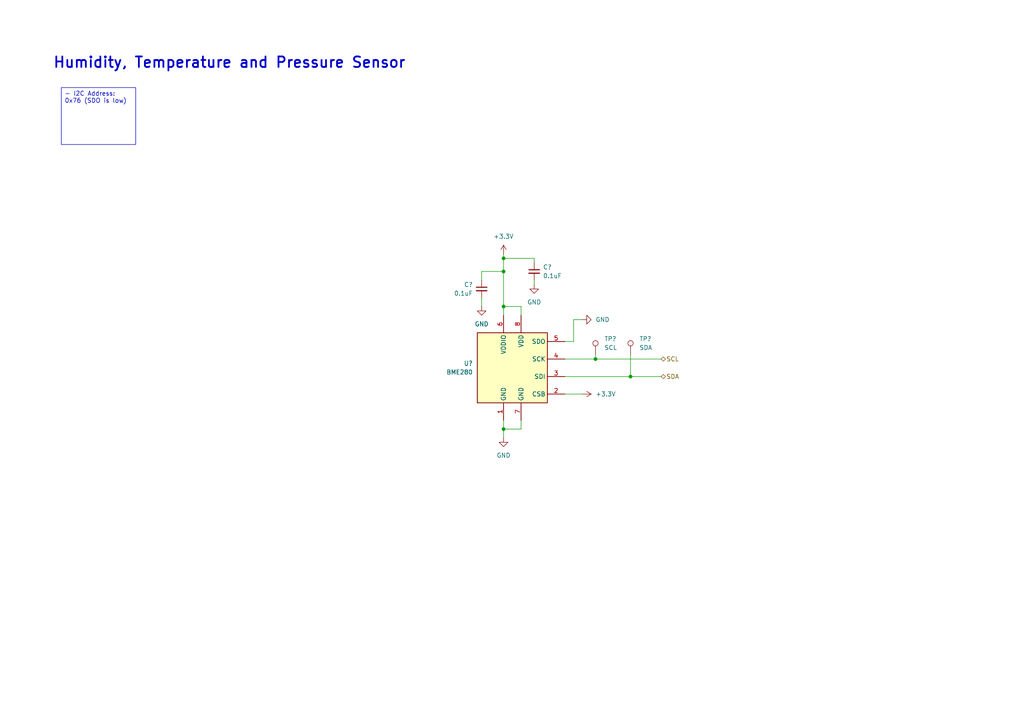
<source format=kicad_sch>
(kicad_sch (version 20250114) (generator "eeschema") (generator_version "9.0")
  (paper "A4")
  (title_block (title "Humidity, Temperature, and Pressure Sensor") (date "2025-08-19") (rev "1") (company "Brian Glen"))
  (lib_symbols
    (symbol "Connector:TestPoint" (pin_numbers (hide yes)) (pin_names (offset 0.762) (hide yes))
      (property "Reference" "TP" (at 0 6.858 0))
      (property "Value" "TestPoint" (at 0 5.08 0))
      (symbol "TestPoint_0_1"
        (circle (center 0 3.302) (radius 0.762))
      )
      (symbol "TestPoint_1_1"
        (pin passive line (at 0 0 90) (length 2.54) (name "1") (number "1"))
      )
    )
    (symbol "Device:C_Small" (pin_numbers (hide yes)) (pin_names (offset 0.254) (hide yes))
      (property "Reference" "C" (at 0.254 1.778 0))
      (property "Value" "C_Small" (at 0.254 -2.032 0))
      (symbol "C_Small_0_1"
        (polyline (pts (xy -1.524 0.508) (xy 1.524 0.508)) (stroke (width 0.3048)))
        (polyline (pts (xy -1.524 -0.508) (xy 1.524 -0.508)) (stroke (width 0.3302)))
      )
      (symbol "C_Small_1_1"
        (pin passive line (at 0 2.54 270) (length 2.032) (name "~") (number "1"))
        (pin passive line (at 0 -2.54 90) (length 2.032) (name "~") (number "2"))
      )
    )
    (symbol "Sensor:BME280"
      (property "Reference" "U" (at -8.89 11.43 0))
      (property "Value" "BME280" (at 7.62 11.43 0))
      (symbol "BME280_0_1"
        (rectangle (start -10.16 10.16) (end 10.16 -10.16) (stroke (width 0.254)) (fill (type background)))
      )
      (symbol "BME280_1_1"
        (pin power_in line (at -2.54 15.24 270) (length 5.08) (name "VDDIO") (number "6"))
        (pin power_in line (at -2.54 -15.24 90) (length 5.08) (name "GND") (number "1"))
        (pin power_in line (at 2.54 15.24 270) (length 5.08) (name "VDD") (number "8"))
        (pin power_in line (at 2.54 -15.24 90) (length 5.08) (name "GND") (number "7"))
        (pin bidirectional line (at 15.24 7.62 180) (length 5.08) (name "SDO") (number "5"))
        (pin input line (at 15.24 2.54 180) (length 5.08) (name "SCK") (number "4"))
        (pin bidirectional line (at 15.24 -2.54 180) (length 5.08) (name "SDI") (number "3"))
        (pin input line (at 15.24 -7.62 180) (length 5.08) (name "CSB") (number "2"))
      )
    )
    (symbol "power:+3.3V" (power) (pin_numbers (hide yes)) (pin_names (offset 0) (hide yes))
      (property "Value" "+3.3V" (at 0 3.556 0))
      (symbol "+3.3V_0_1"
        (polyline (pts (xy -0.762 1.27) (xy 0 2.54)))
        (polyline (pts (xy 0 2.54) (xy 0.762 1.27)))
        (polyline (pts (xy 0 0) (xy 0 2.54)))
      )
      (symbol "+3.3V_1_1"
        (pin power_in line (at 0 0 90) (length 0) (name "~") (number "1"))
      )
    )
    (symbol "power:GND" (power) (pin_numbers (hide yes)) (pin_names (offset 0) (hide yes))
      (property "Value" "GND" (at 0 -3.81 0))
      (symbol "GND_0_1"
        (polyline (pts (xy 0 0) (xy 0 -1.27) (xy 1.27 -1.27) (xy 0 -2.54) (xy -1.27 -1.27) (xy 0 -1.27)))
      )
      (symbol "GND_1_1"
        (pin power_in line (at 0 0 270) (length 0) (name "~") (number "1"))
      )
    )
  )
  (text "Humidity, Temperature and Pressure Sensor" (at 66.548 18.288 0) (effects (font (size 3.048 3.048) (thickness 0.508) (bold yes))))
  (text_box "- I2C Address: 0x76 (SDO is low)" (at 17.78 25.4 0) (size 21.59 16.51) (margins 0.9525 0.9525 0.9525 0.9525) (effects (font (size 1.27 1.27)) (justify left top)))
  (junction (at 182.88 109.22))
  (junction (at 146.05 74.93))
  (junction (at 172.72 104.14))
  (junction (at 146.05 88.9))
  (junction (at 146.05 124.46))
  (junction (at 146.05 78.74))
  (wire (pts (xy 163.83 114.3) (xy 168.91 114.3)))
  (wire (pts (xy 163.83 99.06) (xy 166.37 99.06)))
  (wire (pts (xy 154.94 81.28) (xy 154.94 82.55)))
  (wire (pts (xy 151.13 124.46) (xy 151.13 121.92)))
  (wire (pts (xy 151.13 88.9) (xy 151.13 91.44)))
  (wire (pts (xy 163.83 109.22) (xy 182.88 109.22)))
  (wire (pts (xy 139.7 78.74) (xy 146.05 78.74)))
  (wire (pts (xy 146.05 78.74) (xy 146.05 88.9)))
  (wire (pts (xy 146.05 124.46) (xy 151.13 124.46)))
  (wire (pts (xy 154.94 76.2) (xy 154.94 74.93)))
  (wire (pts (xy 166.37 92.71) (xy 166.37 99.06)))
  (wire (pts (xy 146.05 74.93) (xy 146.05 78.74)))
  (wire (pts (xy 146.05 73.66) (xy 146.05 74.93)))
  (wire (pts (xy 146.05 124.46) (xy 146.05 127)))
  (wire (pts (xy 154.94 74.93) (xy 146.05 74.93)))
  (wire (pts (xy 163.83 104.14) (xy 172.72 104.14)))
  (wire (pts (xy 139.7 81.28) (xy 139.7 78.74)))
  (wire (pts (xy 172.72 104.14) (xy 191.77 104.14)))
  (wire (pts (xy 139.7 86.36) (xy 139.7 88.9)))
  (wire (pts (xy 182.88 109.22) (xy 191.77 109.22)))
  (wire (pts (xy 172.72 102.87) (xy 172.72 104.14)))
  (wire (pts (xy 146.05 88.9) (xy 146.05 91.44)))
  (wire (pts (xy 168.91 92.71) (xy 166.37 92.71)))
  (wire (pts (xy 146.05 88.9) (xy 151.13 88.9)))
  (wire (pts (xy 146.05 121.92) (xy 146.05 124.46)))
  (wire (pts (xy 182.88 102.87) (xy 182.88 109.22)))
  (hierarchical_label "SCL" (shape bidirectional) (at 191.77 104.14 0))
  (hierarchical_label "SDA" (shape bidirectional) (at 191.77 109.22 0))
  (symbol (lib_id "power:+3.3V") (at 146.05 73.66 0) (unit 1)
    (property "Reference" "#PWR?" (effects (hide yes)))
    (property "Value" "+3.3V" (at 146.05 68.58 0))
    (property "Description" "Power symbol creates a global label with name \"+3.3V\"" (effects (hide yes)))
  )
  (symbol (lib_id "power:+3.3V") (at 168.91 114.3 270) (unit 1)
    (property "Reference" "#PWR?" (effects (hide yes)))
    (property "Value" "+3.3V" (at 172.72 114.2999 90) (effects (justify left)))
    (property "Description" "Power symbol creates a global label with name \"+3.3V\"" (effects (hide yes)))
  )
  (symbol (lib_id "Device:C_Small") (at 154.94 78.74 0) (unit 1)
    (property "Reference" "C?" (at 157.48 77.4762 0) (effects (justify left)))
    (property "Value" "0.1uF" (at 157.48 80.0162 0) (effects (justify left)))
    (property "Footprint" "Capacitor_SMD:C_0603_1608Metric" (effects (hide yes)))
    (property "Description" "Unpolarized capacitor, small symbol" (effects (hide yes)))
  )
  (symbol (lib_id "Sensor:BME280") (at 148.59 106.68 0) (unit 1)
    (property "Reference" "U?" (at 137.16 105.4099 0) (effects (justify right)))
    (property "Value" "BME280" (at 137.16 107.9499 0) (effects (justify right)))
    (property "Footprint" "Package_LGA:Bosch_LGA-8_2.5x2.5mm_P0.65mm_ClockwisePinNumbering" (effects (hide yes)))
    (property "Datasheet" "https://www.bosch-sensortec.com/media/boschsensortec/downloads/datasheets/bst-bme280-ds002.pdf" (effects (hide yes)))
    (property "Description" "3-in-1 sensor, humidity, pressure, temperature, I2C and SPI interface, 1.71-3.6V, LGA-8" (effects (hide yes)))
  )
  (symbol (lib_id "power:GND") (at 146.05 127 0) (unit 1)
    (property "Reference" "#PWR?" (effects (hide yes)))
    (property "Value" "GND" (at 146.05 132.08 0))
    (property "Description" "Power symbol creates a global label with name \"GND\" , ground" (effects (hide yes)))
  )
  (symbol (lib_id "Device:C_Small") (at 139.7 83.82 0) (mirror y) (unit 1)
    (property "Reference" "C?" (at 137.16 82.5562 0) (effects (justify left)))
    (property "Value" "0.1uF" (at 137.16 85.0962 0) (effects (justify left)))
    (property "Footprint" "Capacitor_SMD:C_0603_1608Metric" (effects (hide yes)))
    (property "Description" "Unpolarized capacitor, small symbol" (effects (hide yes)))
  )
  (symbol (lib_id "Connector:TestPoint") (at 172.72 102.87 0) (unit 1)
    (property "Reference" "TP?" (at 175.26 98.2979 0) (effects (justify left)))
    (property "Value" "SCL" (at 175.26 100.8379 0) (effects (justify left)))
    (property "Footprint" "TestPoint:TestPoint_Pad_D2.0mm" (effects (hide yes)))
    (property "Description" "test point" (effects (hide yes)))
  )
  (symbol (lib_id "power:GND") (at 139.7 88.9 0) (unit 1)
    (property "Reference" "#PWR?" (effects (hide yes)))
    (property "Value" "GND" (at 139.7 93.98 0))
    (property "Description" "Power symbol creates a global label with name \"GND\" , ground" (effects (hide yes)))
  )
  (symbol (lib_id "power:GND") (at 154.94 82.55 0) (unit 1)
    (property "Reference" "#PWR?" (effects (hide yes)))
    (property "Value" "GND" (at 154.94 87.63 0))
    (property "Description" "Power symbol creates a global label with name \"GND\" , ground" (effects (hide yes)))
  )
  (symbol (lib_id "power:GND") (at 168.91 92.71 90) (unit 1)
    (property "Reference" "#PWR?" (effects (hide yes)))
    (property "Value" "GND" (at 172.72 92.7099 90) (effects (justify right)))
    (property "Description" "Power symbol creates a global label with name \"GND\" , ground" (effects (hide yes)))
  )
  (symbol (lib_id "Connector:TestPoint") (at 182.88 102.87 0) (unit 1)
    (property "Reference" "TP?" (at 185.42 98.2979 0) (effects (justify left)))
    (property "Value" "SDA" (at 185.42 100.8379 0) (effects (justify left)))
    (property "Footprint" "TestPoint:TestPoint_Pad_D2.0mm" (effects (hide yes)))
    (property "Description" "test point" (effects (hide yes)))
  )
)
</source>
